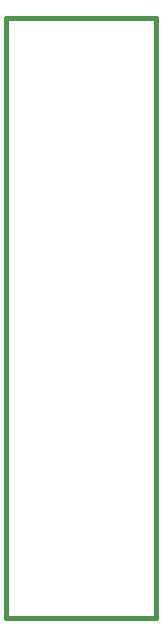
<source format=gbr>
G04 (created by PCBNEW-RS274X (2012-01-19 BZR 3256)-stable) date 15/02/2013 12:54:05*
G01*
G70*
G90*
%MOIN*%
G04 Gerber Fmt 3.4, Leading zero omitted, Abs format*
%FSLAX34Y34*%
G04 APERTURE LIST*
%ADD10C,0.006000*%
%ADD11C,0.015000*%
G04 APERTURE END LIST*
G54D10*
G54D11*
X70850Y-53850D02*
X70850Y-33850D01*
X65850Y-53850D02*
X65850Y-33850D01*
X65850Y-53850D02*
X70850Y-53850D01*
X65850Y-33850D02*
X70850Y-33850D01*
M02*

</source>
